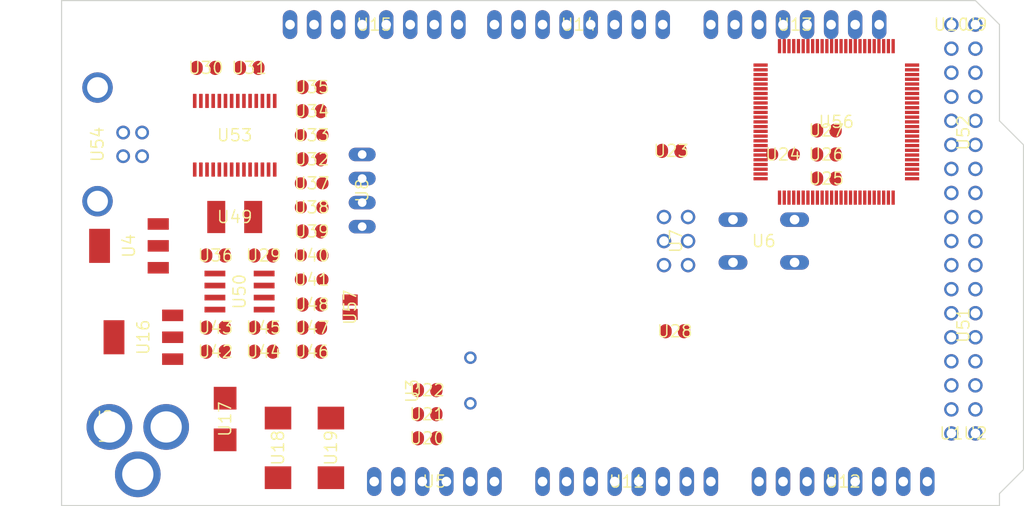
<source format=kicad_pcb>
(kicad_pcb (version 20221018) (generator pcbnew)
  (layers (0 "F.Cu" signal "Top") (31 "B.Cu" signal "Bottom") (34 "B.Paste" user) (35 "F.Paste" user) (36 "B.SilkS" user "B.Silkscreen") (37 "F.SilkS" user "F.Silkscreen") (38 "B.Mask" user) (39 "F.Mask" user) (44 "Edge.Cuts" user))
  (net 0 "")
  (net 1 "+5V")
  (net 2 "GND")
  (net 3 "N$6")
  (net 4 "N$7")
  (net 5 "AREF")
  (net 6 "RESET")
  (net 7 "VIN")
  (net 8 "N$3")
  (net 9 "PWRIN")
  (net 10 "M8RXD")
  (net 11 "M8TXD")
  (net 12 "ADC0")
  (net 13 "ADC2")
  (net 14 "ADC1")
  (net 15 "ADC3")
  (net 16 "ADC4")
  (net 17 "ADC5")
  (net 18 "ADC6")
  (net 19 "ADC7")
  (net 20 "+3V3")
  (net 21 "SDA")
  (net 22 "SCL")
  (net 23 "ADC9")
  (net 24 "ADC8")
  (net 25 "ADC10")
  (net 26 "ADC11")
  (net 27 "ADC12")
  (net 28 "ADC13")
  (net 29 "ADC14")
  (net 30 "ADC15")
  (net 31 "PB3")
  (net 32 "PB2")
  (net 33 "PB1")
  (net 34 "PB5")
  (net 35 "PB4")
  (net 36 "PE5")
  (net 37 "PE4")
  (net 38 "PE3")
  (net 39 "PE1")
  (net 40 "PE0")
  (net 41 "N$15")
  (net 42 "N$53")
  (net 43 "N$54")
  (net 44 "N$55")
  (net 45 "D-")
  (net 46 "D+")
  (net 47 "N$60")
  (net 48 "DTR")
  (net 49 "USBVCC")
  (net 50 "N$2")
  (net 51 "N$4")
  (net 52 "GATE_CMD")
  (net 53 "CMP")
  (net 54 "PB6")
  (net 55 "PH3")
  (net 56 "PH4")
  (net 57 "PH5")
  (net 58 "PH6")
  (net 59 "PG5")
  (net 60 "RXD1")
  (net 61 "TXD1")
  (net 62 "RXD2")
  (net 63 "RXD3")
  (net 64 "TXD2")
  (net 65 "TXD3")
  (net 66 "PC0")
  (net 67 "PC1")
  (net 68 "PC2")
  (net 69 "PC3")
  (net 70 "PC4")
  (net 71 "PC5")
  (net 72 "PC6")
  (net 73 "PC7")
  (net 74 "PB0")
  (net 75 "PG0")
  (net 76 "PG1")
  (net 77 "PG2")
  (net 78 "PD7")
  (net 79 "PA0")
  (net 80 "PA1")
  (net 81 "PA2")
  (net 82 "PA3")
  (net 83 "PA4")
  (net 84 "PA5")
  (net 85 "PA6")
  (net 86 "PA7")
  (net 87 "PL0")
  (net 88 "PL1")
  (net 89 "PL2")
  (net 90 "PL3")
  (net 91 "PL4")
  (net 92 "PL5")
  (net 93 "PL6")
  (net 94 "PL7")
  (net 95 "PB7")
  (net 96 "CTS")
  (net 97 "DSR")
  (net 98 "DCD")
  (net 99 "RI")
  (footprint "Arduino_MEGA_Reference_Design:2X03" (layer "F.Cu") (at 162.5981 103.7336 -90)
    (fp_text reference "U7")
    (fp_text value "")
  )
  (footprint "Arduino_MEGA_Reference_Design:1X08" (layer "F.Cu") (at 152.3111 80.8736 180)
    (fp_text reference "U14")
    (fp_text value "")
  )
  (footprint "Arduino_MEGA_Reference_Design:1X08" (layer "F.Cu") (at 130.7211 80.8736 180)
    (fp_text reference "U15")
    (fp_text value "")
  )
  (footprint "Arduino_MEGA_Reference_Design:SMC_D" (layer "F.Cu") (at 120.5611 125.5776 -90)
    (fp_text reference "U18")
    (fp_text value "")
  )
  (footprint "Arduino_MEGA_Reference_Design:SMC_D" (layer "F.Cu") (at 126.1491 125.5776 -90)
    (fp_text reference "U19")
    (fp_text value "")
  )
  (footprint "Arduino_MEGA_Reference_Design:B3F-10XX" (layer "F.Cu") (at 171.8691 103.7336 180)
    (fp_text reference "U6")
    (fp_text value "")
  )
  (footprint "Arduino_MEGA_Reference_Design:0805RND" (layer "F.Cu") (at 173.9011 94.5896 180)
    (fp_text reference "U24")
    (fp_text value "")
  )
  (footprint "Arduino_MEGA_Reference_Design:SMB" (layer "F.Cu") (at 114.9731 122.5296 -90)
    (fp_text reference "U17")
    (fp_text value "")
  )
  (footprint "Arduino_MEGA_Reference_Design:DC-21MM" (layer "F.Cu") (at 103.0351 123.2916 90)
    (fp_text reference "U55")
    (fp_text value "")
  )
  (footprint "Arduino_MEGA_Reference_Design:HC49_S" (layer "F.Cu") (at 140.8811 118.4656 90)
    (fp_text reference "U3")
    (fp_text value "")
  )
  (footprint "Arduino_MEGA_Reference_Design:SOT223" (layer "F.Cu") (at 106.3371 113.8936 90)
    (fp_text reference "U16")
    (fp_text value "")
  )
  (footprint "Arduino_MEGA_Reference_Design:1X06" (layer "F.Cu") (at 137.0711 129.1336)
    (fp_text reference "U5")
    (fp_text value "")
  )
  (footprint "Arduino_MEGA_Reference_Design:C0805RND" (layer "F.Cu") (at 124.1171 87.4776)
    (fp_text reference "U35")
    (fp_text value "")
  )
  (footprint "Arduino_MEGA_Reference_Design:C0805RND" (layer "F.Cu") (at 162.4711 113.2586)
    (fp_text reference "U28")
    (fp_text value "")
  )
  (footprint "Arduino_MEGA_Reference_Design:C0805RND" (layer "F.Cu") (at 136.3091 122.0216)
    (fp_text reference "U21")
    (fp_text value "")
  )
  (footprint "Arduino_MEGA_Reference_Design:C0805RND" (layer "F.Cu") (at 136.3091 119.4816)
    (fp_text reference "U22")
    (fp_text value "")
  )
  (footprint "Arduino_MEGA_Reference_Design:C0805RND" (layer "F.Cu") (at 113.9571 112.8776)
    (fp_text reference "U43")
    (fp_text value "")
  )
  (footprint "Arduino_MEGA_Reference_Design:RCL_0805RND" (layer "F.Cu") (at 124.1171 105.2576)
    (fp_text reference "U40")
    (fp_text value "")
  )
  (footprint "Arduino_MEGA_Reference_Design:RCL_0805RND" (layer "F.Cu") (at 124.1171 107.7976)
    (fp_text reference "U41")
    (fp_text value "")
  )
  (footprint "Arduino_MEGA_Reference_Design:1X08" (layer "F.Cu") (at 157.3911 129.1336)
    (fp_text reference "U11")
    (fp_text value "")
  )
  (footprint "Arduino_MEGA_Reference_Design:1X08" (layer "F.Cu") (at 175.1711 80.8736 180)
    (fp_text reference "U13")
    (fp_text value "")
  )
  (footprint "Arduino_MEGA_Reference_Design:R0805RND" (layer "F.Cu") (at 178.4731 94.5896 180)
    (fp_text reference "U26")
    (fp_text value "")
  )
  (footprint "Arduino_MEGA_Reference_Design:R0805RND" (layer "F.Cu") (at 178.4731 92.0496 180)
    (fp_text reference "U27")
    (fp_text value "")
  )
  (footprint "Arduino_MEGA_Reference_Design:TQFP100" (layer "F.Cu") (at 179.53091430664062 91.14759826660156 0)
    (fp_text reference "U56")
    (fp_text value "")
  )
  (footprint "Arduino_MEGA_Reference_Design:C0805RND" (layer "F.Cu") (at 162.0901 94.2086 180)
    (fp_text reference "U23")
    (fp_text value "")
  )
  (footprint "Arduino_MEGA_Reference_Design:C0805RND" (layer "F.Cu") (at 136.3091 124.5616)
    (fp_text reference "U20")
    (fp_text value "")
  )
  (footprint "Arduino_MEGA_Reference_Design:1X08" (layer "F.Cu") (at 180.2511 129.1336)
    (fp_text reference "U12")
    (fp_text value "")
  )
  (footprint "Arduino_MEGA_Reference_Design:R0805RND" (layer "F.Cu") (at 124.1171 112.8776)
    (fp_text reference "U47")
    (fp_text value "")
  )
  (footprint "Arduino_MEGA_Reference_Design:C0805RND" (layer "F.Cu") (at 124.1171 115.4176)
    (fp_text reference "U46")
    (fp_text value "")
  )
  (footprint "Arduino_MEGA_Reference_Design:C0805RND" (layer "F.Cu") (at 113.9571 105.2576)
    (fp_text reference "U36")
    (fp_text value "")
  )
  (footprint "Arduino_MEGA_Reference_Design:C0805RND" (layer "F.Cu") (at 112.9411 85.4456)
    (fp_text reference "U30")
    (fp_text value "")
  )
  (footprint "Arduino_MEGA_Reference_Design:0805RND" (layer "F.Cu") (at 124.1171 100.1776 180)
    (fp_text reference "U38")
    (fp_text value "")
  )
  (footprint "Arduino_MEGA_Reference_Design:0805RND" (layer "F.Cu") (at 124.1171 97.6376 180)
    (fp_text reference "U37")
    (fp_text value "")
  )
  (footprint "Arduino_MEGA_Reference_Design:R0805RND" (layer "F.Cu") (at 124.1171 95.0976)
    (fp_text reference "U32")
    (fp_text value "")
  )
  (footprint "Arduino_MEGA_Reference_Design:R0805RND" (layer "F.Cu") (at 124.1171 102.7176)
    (fp_text reference "U39")
    (fp_text value "")
  )
  (footprint "Arduino_MEGA_Reference_Design:SSOP28" (layer "F.Cu") (at 115.9891 92.5576)
    (fp_text reference "U53")
    (fp_text value "")
  )
  (footprint "Arduino_MEGA_Reference_Design:PN61729" (layer "F.Cu") (at 98.9584 93.5228 -90)
    (fp_text reference "U54")
    (fp_text value "")
  )
  (footprint "Arduino_MEGA_Reference_Design:L1812" (layer "F.Cu") (at 115.9891 101.1936)
    (fp_text reference "U49")
    (fp_text value "")
  )
  (footprint "Arduino_MEGA_Reference_Design:C0805RND" (layer "F.Cu") (at 117.5131 85.4456)
    (fp_text reference "U31")
    (fp_text value "")
  )
  (footprint "Arduino_MEGA_Reference_Design:0805RND" (layer "F.Cu") (at 124.1171 92.5576 180)
    (fp_text reference "U33")
    (fp_text value "")
  )
  (footprint "Arduino_MEGA_Reference_Design:R0805RND" (layer "F.Cu") (at 124.1171 90.0176 180)
    (fp_text reference "U34")
    (fp_text value "")
  )
  (footprint "Arduino_MEGA_Reference_Design:C0805RND" (layer "F.Cu") (at 124.1171 110.4392 180)
    (fp_text reference "U48")
    (fp_text value "")
  )
  (footprint "Arduino_MEGA_Reference_Design:SOT223" (layer "F.Cu") (at 104.8131 104.2416 90)
    (fp_text reference "U4")
    (fp_text value "")
  )
  (footprint "Arduino_MEGA_Reference_Design:SO08" (layer "F.Cu") (at 116.4971 109.0676 -90)
    (fp_text reference "U50")
    (fp_text value "")
  )
  (footprint "Arduino_MEGA_Reference_Design:R0805RND" (layer "F.Cu") (at 113.9571 115.4176 180)
    (fp_text reference "U42")
    (fp_text value "")
  )
  (footprint "Arduino_MEGA_Reference_Design:R0805RND" (layer "F.Cu") (at 119.0371 112.8776 180)
    (fp_text reference "U45")
    (fp_text value "")
  )
  (footprint "Arduino_MEGA_Reference_Design:C0805RND" (layer "F.Cu") (at 119.0371 115.4176 180)
    (fp_text reference "U44")
    (fp_text value "")
  )
  (footprint "Arduino_MEGA_Reference_Design:C0805RND" (layer "F.Cu") (at 119.0371 105.2576)
    (fp_text reference "U29")
    (fp_text value "")
  )
  (footprint "Arduino_MEGA_Reference_Design:2X08" (layer "F.Cu") (at 192.9511 92.3036 90)
    (fp_text reference "U52")
    (fp_text value "")
  )
  (footprint "Arduino_MEGA_Reference_Design:2X08" (layer "F.Cu") (at 192.9511 112.6236 90)
    (fp_text reference "U51")
    (fp_text value "")
  )
  (footprint "Arduino_MEGA_Reference_Design:R0805RND" (layer "F.Cu") (at 178.4731 97.1296 180)
    (fp_text reference "U25")
    (fp_text value "")
  )
  (footprint "Arduino_MEGA_Reference_Design:1X01" (layer "F.Cu") (at 191.6811 80.8736)
    (fp_text reference "U10")
    (fp_text value "")
  )
  (footprint "Arduino_MEGA_Reference_Design:1X01" (layer "F.Cu") (at 194.2211 80.8736)
    (fp_text reference "U9")
    (fp_text value "")
  )
  (footprint "Arduino_MEGA_Reference_Design:1X01" (layer "F.Cu") (at 191.6811 124.0536)
    (fp_text reference "U1")
    (fp_text value "")
  )
  (footprint "Arduino_MEGA_Reference_Design:1X01" (layer "F.Cu") (at 194.2211 124.0536)
    (fp_text reference "U2")
    (fp_text value "")
  )
  (footprint "Arduino_MEGA_Reference_Design:SJ" (layer "F.Cu") (at 128.1811 110.7186 -90)
    (fp_text reference "U57")
    (fp_text value "")
  )
  (footprint "Arduino_MEGA_Reference_Design:JP4" (layer "F.Cu") (at 129.4511 98.3996 -90)
    (fp_text reference "U8")
    (fp_text value "")
  )
  (gr_line (start 196.7611 80.8736) (end 196.7611 91.0336) (layer "Edge.Cuts") (width 0.12))
  (gr_line (start 196.7611 130.4036) (end 196.7611 131.6736) (layer "Edge.Cuts") (width 0.12))
  (gr_line (start 194.2211 78.3336) (end 196.7611 80.8736) (layer "Edge.Cuts") (width 0.12))
  (gr_line (start 97.7011 78.3336) (end 194.2211 78.3336) (layer "Edge.Cuts") (width 0.12))
  (gr_line (start 196.7611 91.0336) (end 199.3011 93.5736) (layer "Edge.Cuts") (width 0.12))
  (gr_line (start 97.7011 131.6736) (end 97.7011 78.3336) (layer "Edge.Cuts") (width 0.12))
  (gr_line (start 196.7611 131.6736) (end 97.7011 131.6736) (layer "Edge.Cuts") (width 0.12))
  (gr_line (start 199.3011 93.5736) (end 199.3011 127.8636) (layer "Edge.Cuts") (width 0.12))
  (gr_line (start 199.3011 127.8636) (end 196.7611 130.4036) (layer "Edge.Cuts") (width 0.12))
)
</source>
